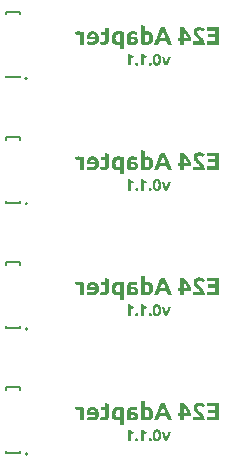
<source format=gbo>
G04 #@! TF.GenerationSoftware,KiCad,Pcbnew,9.0.0*
G04 #@! TF.CreationDate,2025-03-14T09:56:09-04:00*
G04 #@! TF.ProjectId,e24-receiver-board,6532342d-7265-4636-9569-7665722d626f,v0.1.1*
G04 #@! TF.SameCoordinates,Original*
G04 #@! TF.FileFunction,Legend,Bot*
G04 #@! TF.FilePolarity,Positive*
%FSLAX46Y46*%
G04 Gerber Fmt 4.6, Leading zero omitted, Abs format (unit mm)*
G04 Created by KiCad (PCBNEW 9.0.0) date 2025-03-14 09:56:09*
%MOMM*%
%LPD*%
G01*
G04 APERTURE LIST*
%ADD10C,0.300000*%
%ADD11C,0.200000*%
%ADD12C,0.150000*%
G04 APERTURE END LIST*
D10*
G36*
X42203885Y-19045000D02*
G01*
X42203885Y-17591266D01*
X41221754Y-17591266D01*
X41221754Y-17866772D01*
X41876539Y-17866772D01*
X41876539Y-18148140D01*
X41295210Y-18148140D01*
X41295210Y-18417784D01*
X41876539Y-18417784D01*
X41876539Y-18769494D01*
X41173486Y-18769494D01*
X41173486Y-19045000D01*
X42203885Y-19045000D01*
G37*
G36*
X40058914Y-17971461D02*
G01*
X40066785Y-18049559D01*
X40090421Y-18124601D01*
X40126285Y-18196224D01*
X40172212Y-18266201D01*
X40225400Y-18332661D01*
X40285602Y-18397359D01*
X40409341Y-18516885D01*
X40477577Y-18583014D01*
X40547827Y-18657478D01*
X40607636Y-18727728D01*
X40630210Y-18759614D01*
X40640151Y-18781217D01*
X40014767Y-18781217D01*
X40014767Y-19045000D01*
X40984350Y-19045000D01*
X40988563Y-18986290D01*
X40988563Y-18935915D01*
X40980207Y-18838094D01*
X40956048Y-18751267D01*
X40918433Y-18670112D01*
X40870960Y-18594921D01*
X40815227Y-18525011D01*
X40752441Y-18459549D01*
X40621283Y-18333612D01*
X40526853Y-18242295D01*
X40449183Y-18158398D01*
X40418720Y-18116619D01*
X40396702Y-18076516D01*
X40382468Y-18034957D01*
X40377834Y-17993626D01*
X40384551Y-17934556D01*
X40402476Y-17892732D01*
X40430316Y-17863566D01*
X40487587Y-17835640D01*
X40560467Y-17825739D01*
X40615746Y-17830286D01*
X40666437Y-17843599D01*
X40756655Y-17885640D01*
X40826997Y-17933908D01*
X40871052Y-17972651D01*
X41026299Y-17753382D01*
X40927222Y-17675472D01*
X40811243Y-17611691D01*
X40727831Y-17580933D01*
X40640337Y-17562377D01*
X40547827Y-17556095D01*
X40424792Y-17563989D01*
X40327550Y-17585496D01*
X40241559Y-17621833D01*
X40175418Y-17668294D01*
X40123579Y-17727416D01*
X40087307Y-17798353D01*
X40066313Y-17878103D01*
X40058914Y-17971461D01*
G37*
G36*
X39321383Y-17689869D02*
G01*
X39417318Y-17803391D01*
X39596745Y-18043726D01*
X39750985Y-18283053D01*
X39866389Y-18491973D01*
X39866389Y-18722599D01*
X39238899Y-18722599D01*
X39238899Y-19045000D01*
X38932527Y-19045000D01*
X38932527Y-18722599D01*
X38777188Y-18722599D01*
X38777188Y-18464678D01*
X38932527Y-18464678D01*
X39238899Y-18464678D01*
X39568352Y-18464678D01*
X39498679Y-18334932D01*
X39413105Y-18206392D01*
X39238899Y-17973201D01*
X39238899Y-18464678D01*
X38932527Y-18464678D01*
X38932527Y-17591266D01*
X39228458Y-17591266D01*
X39321383Y-17689869D01*
G37*
G36*
X37755765Y-17900661D02*
G01*
X37894251Y-18235243D01*
X38037957Y-18610766D01*
X38193295Y-19045000D01*
X37853309Y-19045000D01*
X37801927Y-18890394D01*
X37746331Y-18728461D01*
X37179657Y-18728461D01*
X37124153Y-18890577D01*
X37072679Y-19045000D01*
X36722251Y-19045000D01*
X36877498Y-18610766D01*
X36931194Y-18470540D01*
X37257326Y-18470540D01*
X37670768Y-18470540D01*
X37604640Y-18290381D01*
X37544831Y-18133302D01*
X37496562Y-18006815D01*
X37465055Y-17920719D01*
X37431532Y-18007364D01*
X37382256Y-18133668D01*
X37322448Y-18290655D01*
X37257326Y-18470540D01*
X36931194Y-18470540D01*
X37021296Y-18235243D01*
X37160789Y-17900661D01*
X37301382Y-17591266D01*
X37614073Y-17591266D01*
X37755765Y-17900661D01*
G37*
G36*
X35915975Y-17465786D02*
G01*
X35915975Y-17967797D01*
X36019839Y-17932168D01*
X36073089Y-17922861D01*
X36136343Y-17919528D01*
X36249451Y-17929927D01*
X36345171Y-17959462D01*
X36429446Y-18008335D01*
X36499410Y-18074959D01*
X36554157Y-18157063D01*
X36595947Y-18258690D01*
X36620721Y-18370712D01*
X36629470Y-18501132D01*
X36619374Y-18629187D01*
X36590635Y-18739452D01*
X36542626Y-18838401D01*
X36478344Y-18919978D01*
X36426354Y-18965308D01*
X36366522Y-19003449D01*
X36297910Y-19034467D01*
X36186219Y-19063900D01*
X36054461Y-19074309D01*
X35935942Y-19068996D01*
X35814217Y-19055349D01*
X35699820Y-19035474D01*
X35603283Y-19011294D01*
X35603283Y-18227366D01*
X35915975Y-18227366D01*
X35915975Y-18799993D01*
X35974777Y-18807412D01*
X36052354Y-18810526D01*
X36133245Y-18799962D01*
X36196142Y-18770383D01*
X36245428Y-18721866D01*
X36280258Y-18659546D01*
X36302460Y-18582596D01*
X36310458Y-18487393D01*
X36302328Y-18382231D01*
X36280856Y-18305985D01*
X36249017Y-18251738D01*
X36207619Y-18214443D01*
X36155150Y-18191520D01*
X36088075Y-18183311D01*
X36040147Y-18186462D01*
X35992637Y-18195950D01*
X35948149Y-18210778D01*
X35915975Y-18227366D01*
X35603283Y-18227366D01*
X35603283Y-17415411D01*
X35915975Y-17465786D01*
G37*
G36*
X35020856Y-17918887D02*
G01*
X35122613Y-17931527D01*
X35211823Y-17948288D01*
X35279967Y-17966057D01*
X35240125Y-18215642D01*
X35180515Y-18197589D01*
X35105852Y-18183128D01*
X34948407Y-18171587D01*
X34869872Y-18178179D01*
X34816170Y-18195199D01*
X34780521Y-18220039D01*
X34754166Y-18255012D01*
X34737974Y-18297162D01*
X34732252Y-18348541D01*
X34732252Y-18378033D01*
X34808914Y-18364386D01*
X34916900Y-18359166D01*
X35006159Y-18363685D01*
X35091198Y-18377026D01*
X35171448Y-18400752D01*
X35240125Y-18434728D01*
X35298498Y-18481283D01*
X35343989Y-18541707D01*
X35372569Y-18613928D01*
X35382823Y-18705380D01*
X35373853Y-18801186D01*
X35349301Y-18875373D01*
X35308303Y-18938133D01*
X35252764Y-18987663D01*
X35185176Y-19024066D01*
X35102646Y-19049579D01*
X35012869Y-19063504D01*
X34908565Y-19068447D01*
X34744793Y-19063004D01*
X34618954Y-19048480D01*
X34432200Y-19013859D01*
X34432200Y-18582739D01*
X34732252Y-18582739D01*
X34732252Y-18819777D01*
X34799480Y-18826005D01*
X34887591Y-18828112D01*
X34968088Y-18820246D01*
X35022962Y-18799810D01*
X35049540Y-18776972D01*
X35066112Y-18744277D01*
X35072238Y-18698144D01*
X35067803Y-18662597D01*
X35055477Y-18635221D01*
X35035733Y-18612859D01*
X35009315Y-18595379D01*
X34978307Y-18583235D01*
X34941080Y-18575412D01*
X34858190Y-18570191D01*
X34788947Y-18574405D01*
X34732252Y-18582739D01*
X34432200Y-18582739D01*
X34432200Y-18364203D01*
X34438216Y-18264280D01*
X34455281Y-18177724D01*
X34486841Y-18099558D01*
X34533957Y-18035208D01*
X34596998Y-17984387D01*
X34681877Y-17945082D01*
X34780434Y-17922266D01*
X34912778Y-17913667D01*
X35020856Y-17918887D01*
G37*
G36*
X33816158Y-17918979D02*
G01*
X33937791Y-17932626D01*
X34052188Y-17952501D01*
X34148725Y-17976681D01*
X34148725Y-19431880D01*
X33836034Y-19431880D01*
X33836034Y-19020178D01*
X33726949Y-19055807D01*
X33669027Y-19065197D01*
X33605224Y-19068447D01*
X33527797Y-19063487D01*
X33458969Y-19049236D01*
X33397496Y-19026315D01*
X33314331Y-18975578D01*
X33246370Y-18908346D01*
X33193529Y-18826423D01*
X33154046Y-18727087D01*
X33130726Y-18618174D01*
X33123025Y-18500582D01*
X33441551Y-18500582D01*
X33449680Y-18605745D01*
X33471153Y-18681991D01*
X33502992Y-18736237D01*
X33544390Y-18773532D01*
X33596859Y-18796455D01*
X33663934Y-18804665D01*
X33711876Y-18801537D01*
X33759463Y-18792117D01*
X33803874Y-18777220D01*
X33836034Y-18760609D01*
X33836034Y-18187982D01*
X33777324Y-18180655D01*
X33699654Y-18177449D01*
X33618733Y-18187978D01*
X33555838Y-18217447D01*
X33506580Y-18265743D01*
X33471805Y-18327732D01*
X33449578Y-18404756D01*
X33441551Y-18500582D01*
X33123025Y-18500582D01*
X33122539Y-18493163D01*
X33132614Y-18364527D01*
X33161374Y-18253012D01*
X33209460Y-18152693D01*
X33273664Y-18070654D01*
X33354535Y-18004909D01*
X33454190Y-17954791D01*
X33526616Y-17932455D01*
X33607336Y-17918518D01*
X33697548Y-17913667D01*
X33816158Y-17918979D01*
G37*
G36*
X32891638Y-17670950D02*
G01*
X32578946Y-17620575D01*
X32578946Y-17942976D01*
X32203331Y-17942976D01*
X32203331Y-18200896D01*
X32578946Y-18200896D01*
X32578946Y-18588693D01*
X32569436Y-18681050D01*
X32544325Y-18745955D01*
X32516069Y-18776735D01*
X32471754Y-18796907D01*
X32404740Y-18804665D01*
X32300967Y-18795231D01*
X32203331Y-18769036D01*
X32159184Y-19011752D01*
X32285122Y-19051594D01*
X32358360Y-19063838D01*
X32455115Y-19068447D01*
X32576904Y-19059043D01*
X32667148Y-19034009D01*
X32743761Y-18991936D01*
X32801421Y-18937930D01*
X32843659Y-18870894D01*
X32871763Y-18788545D01*
X32886451Y-18698212D01*
X32891638Y-18594280D01*
X32891638Y-17670950D01*
G37*
G36*
X31614423Y-17923057D02*
G01*
X31711487Y-17951402D01*
X31801308Y-17997896D01*
X31880381Y-18062411D01*
X31945763Y-18143396D01*
X31998991Y-18245776D01*
X32023338Y-18320358D01*
X32038670Y-18405332D01*
X32044054Y-18502322D01*
X32035193Y-18621011D01*
X32009433Y-18728644D01*
X31965070Y-18826869D01*
X31902455Y-18909903D01*
X31850980Y-18956448D01*
X31790476Y-18996599D01*
X31719822Y-19030345D01*
X31645110Y-19054035D01*
X31559316Y-19069025D01*
X31460711Y-19074309D01*
X31343199Y-19067989D01*
X31233015Y-19052235D01*
X31139593Y-19030253D01*
X31072456Y-19005066D01*
X31114405Y-18750076D01*
X31171057Y-18770331D01*
X31249777Y-18788911D01*
X31333252Y-18800708D01*
X31418670Y-18804665D01*
X31506717Y-18797753D01*
X31576881Y-18778731D01*
X31632719Y-18749252D01*
X31678561Y-18707497D01*
X31708164Y-18658229D01*
X31722936Y-18599501D01*
X31013655Y-18599501D01*
X31009442Y-18541615D01*
X31007335Y-18481714D01*
X31014296Y-18382613D01*
X31309586Y-18382613D01*
X31722936Y-18382613D01*
X31702969Y-18304303D01*
X31686313Y-18267753D01*
X31664226Y-18236434D01*
X31636195Y-18210229D01*
X31601303Y-18189356D01*
X31561116Y-18176290D01*
X31510994Y-18171587D01*
X31459319Y-18176646D01*
X31419770Y-18190455D01*
X31385883Y-18212093D01*
X31358953Y-18238449D01*
X31338014Y-18269621D01*
X31323233Y-18305310D01*
X31309586Y-18382613D01*
X31014296Y-18382613D01*
X31017227Y-18340884D01*
X31044616Y-18226300D01*
X31087103Y-18133206D01*
X31143806Y-18057831D01*
X31216362Y-17995973D01*
X31300753Y-17951318D01*
X31399304Y-17923477D01*
X31515207Y-17913667D01*
X31614423Y-17923057D01*
G37*
G36*
X30101225Y-18216925D02*
G01*
X30199868Y-18194851D01*
X30257683Y-18186284D01*
X30321593Y-18183311D01*
X30391843Y-18188531D01*
X30453759Y-18200072D01*
X30453759Y-19045000D01*
X30766450Y-19045000D01*
X30766450Y-18001411D01*
X30678474Y-17973810D01*
X30568156Y-17945815D01*
X30450175Y-17926410D01*
X30313166Y-17919528D01*
X30252350Y-17922734D01*
X30181000Y-17931069D01*
X30109651Y-17943709D01*
X30048743Y-17961477D01*
X30101225Y-18216925D01*
G37*
G36*
X42203885Y-40245000D02*
G01*
X42203885Y-38791266D01*
X41221754Y-38791266D01*
X41221754Y-39066772D01*
X41876539Y-39066772D01*
X41876539Y-39348140D01*
X41295210Y-39348140D01*
X41295210Y-39617784D01*
X41876539Y-39617784D01*
X41876539Y-39969494D01*
X41173486Y-39969494D01*
X41173486Y-40245000D01*
X42203885Y-40245000D01*
G37*
G36*
X40058914Y-39171461D02*
G01*
X40066785Y-39249559D01*
X40090421Y-39324601D01*
X40126285Y-39396224D01*
X40172212Y-39466201D01*
X40225400Y-39532661D01*
X40285602Y-39597359D01*
X40409341Y-39716885D01*
X40477577Y-39783014D01*
X40547827Y-39857478D01*
X40607636Y-39927728D01*
X40630210Y-39959614D01*
X40640151Y-39981217D01*
X40014767Y-39981217D01*
X40014767Y-40245000D01*
X40984350Y-40245000D01*
X40988563Y-40186290D01*
X40988563Y-40135915D01*
X40980207Y-40038094D01*
X40956048Y-39951267D01*
X40918433Y-39870112D01*
X40870960Y-39794921D01*
X40815227Y-39725011D01*
X40752441Y-39659549D01*
X40621283Y-39533612D01*
X40526853Y-39442295D01*
X40449183Y-39358398D01*
X40418720Y-39316619D01*
X40396702Y-39276516D01*
X40382468Y-39234957D01*
X40377834Y-39193626D01*
X40384551Y-39134556D01*
X40402476Y-39092732D01*
X40430316Y-39063566D01*
X40487587Y-39035640D01*
X40560467Y-39025739D01*
X40615746Y-39030286D01*
X40666437Y-39043599D01*
X40756655Y-39085640D01*
X40826997Y-39133908D01*
X40871052Y-39172651D01*
X41026299Y-38953382D01*
X40927222Y-38875472D01*
X40811243Y-38811691D01*
X40727831Y-38780933D01*
X40640337Y-38762377D01*
X40547827Y-38756095D01*
X40424792Y-38763989D01*
X40327550Y-38785496D01*
X40241559Y-38821833D01*
X40175418Y-38868294D01*
X40123579Y-38927416D01*
X40087307Y-38998353D01*
X40066313Y-39078103D01*
X40058914Y-39171461D01*
G37*
G36*
X39321383Y-38889869D02*
G01*
X39417318Y-39003391D01*
X39596745Y-39243726D01*
X39750985Y-39483053D01*
X39866389Y-39691973D01*
X39866389Y-39922599D01*
X39238899Y-39922599D01*
X39238899Y-40245000D01*
X38932527Y-40245000D01*
X38932527Y-39922599D01*
X38777188Y-39922599D01*
X38777188Y-39664678D01*
X38932527Y-39664678D01*
X39238899Y-39664678D01*
X39568352Y-39664678D01*
X39498679Y-39534932D01*
X39413105Y-39406392D01*
X39238899Y-39173201D01*
X39238899Y-39664678D01*
X38932527Y-39664678D01*
X38932527Y-38791266D01*
X39228458Y-38791266D01*
X39321383Y-38889869D01*
G37*
G36*
X37755765Y-39100661D02*
G01*
X37894251Y-39435243D01*
X38037957Y-39810766D01*
X38193295Y-40245000D01*
X37853309Y-40245000D01*
X37801927Y-40090394D01*
X37746331Y-39928461D01*
X37179657Y-39928461D01*
X37124153Y-40090577D01*
X37072679Y-40245000D01*
X36722251Y-40245000D01*
X36877498Y-39810766D01*
X36931194Y-39670540D01*
X37257326Y-39670540D01*
X37670768Y-39670540D01*
X37604640Y-39490381D01*
X37544831Y-39333302D01*
X37496562Y-39206815D01*
X37465055Y-39120719D01*
X37431532Y-39207364D01*
X37382256Y-39333668D01*
X37322448Y-39490655D01*
X37257326Y-39670540D01*
X36931194Y-39670540D01*
X37021296Y-39435243D01*
X37160789Y-39100661D01*
X37301382Y-38791266D01*
X37614073Y-38791266D01*
X37755765Y-39100661D01*
G37*
G36*
X35915975Y-38665786D02*
G01*
X35915975Y-39167797D01*
X36019839Y-39132168D01*
X36073089Y-39122861D01*
X36136343Y-39119528D01*
X36249451Y-39129927D01*
X36345171Y-39159462D01*
X36429446Y-39208335D01*
X36499410Y-39274959D01*
X36554157Y-39357063D01*
X36595947Y-39458690D01*
X36620721Y-39570712D01*
X36629470Y-39701132D01*
X36619374Y-39829187D01*
X36590635Y-39939452D01*
X36542626Y-40038401D01*
X36478344Y-40119978D01*
X36426354Y-40165308D01*
X36366522Y-40203449D01*
X36297910Y-40234467D01*
X36186219Y-40263900D01*
X36054461Y-40274309D01*
X35935942Y-40268996D01*
X35814217Y-40255349D01*
X35699820Y-40235474D01*
X35603283Y-40211294D01*
X35603283Y-39427366D01*
X35915975Y-39427366D01*
X35915975Y-39999993D01*
X35974777Y-40007412D01*
X36052354Y-40010526D01*
X36133245Y-39999962D01*
X36196142Y-39970383D01*
X36245428Y-39921866D01*
X36280258Y-39859546D01*
X36302460Y-39782596D01*
X36310458Y-39687393D01*
X36302328Y-39582231D01*
X36280856Y-39505985D01*
X36249017Y-39451738D01*
X36207619Y-39414443D01*
X36155150Y-39391520D01*
X36088075Y-39383311D01*
X36040147Y-39386462D01*
X35992637Y-39395950D01*
X35948149Y-39410778D01*
X35915975Y-39427366D01*
X35603283Y-39427366D01*
X35603283Y-38615411D01*
X35915975Y-38665786D01*
G37*
G36*
X35020856Y-39118887D02*
G01*
X35122613Y-39131527D01*
X35211823Y-39148288D01*
X35279967Y-39166057D01*
X35240125Y-39415642D01*
X35180515Y-39397589D01*
X35105852Y-39383128D01*
X34948407Y-39371587D01*
X34869872Y-39378179D01*
X34816170Y-39395199D01*
X34780521Y-39420039D01*
X34754166Y-39455012D01*
X34737974Y-39497162D01*
X34732252Y-39548541D01*
X34732252Y-39578033D01*
X34808914Y-39564386D01*
X34916900Y-39559166D01*
X35006159Y-39563685D01*
X35091198Y-39577026D01*
X35171448Y-39600752D01*
X35240125Y-39634728D01*
X35298498Y-39681283D01*
X35343989Y-39741707D01*
X35372569Y-39813928D01*
X35382823Y-39905380D01*
X35373853Y-40001186D01*
X35349301Y-40075373D01*
X35308303Y-40138133D01*
X35252764Y-40187663D01*
X35185176Y-40224066D01*
X35102646Y-40249579D01*
X35012869Y-40263504D01*
X34908565Y-40268447D01*
X34744793Y-40263004D01*
X34618954Y-40248480D01*
X34432200Y-40213859D01*
X34432200Y-39782739D01*
X34732252Y-39782739D01*
X34732252Y-40019777D01*
X34799480Y-40026005D01*
X34887591Y-40028112D01*
X34968088Y-40020246D01*
X35022962Y-39999810D01*
X35049540Y-39976972D01*
X35066112Y-39944277D01*
X35072238Y-39898144D01*
X35067803Y-39862597D01*
X35055477Y-39835221D01*
X35035733Y-39812859D01*
X35009315Y-39795379D01*
X34978307Y-39783235D01*
X34941080Y-39775412D01*
X34858190Y-39770191D01*
X34788947Y-39774405D01*
X34732252Y-39782739D01*
X34432200Y-39782739D01*
X34432200Y-39564203D01*
X34438216Y-39464280D01*
X34455281Y-39377724D01*
X34486841Y-39299558D01*
X34533957Y-39235208D01*
X34596998Y-39184387D01*
X34681877Y-39145082D01*
X34780434Y-39122266D01*
X34912778Y-39113667D01*
X35020856Y-39118887D01*
G37*
G36*
X33816158Y-39118979D02*
G01*
X33937791Y-39132626D01*
X34052188Y-39152501D01*
X34148725Y-39176681D01*
X34148725Y-40631880D01*
X33836034Y-40631880D01*
X33836034Y-40220178D01*
X33726949Y-40255807D01*
X33669027Y-40265197D01*
X33605224Y-40268447D01*
X33527797Y-40263487D01*
X33458969Y-40249236D01*
X33397496Y-40226315D01*
X33314331Y-40175578D01*
X33246370Y-40108346D01*
X33193529Y-40026423D01*
X33154046Y-39927087D01*
X33130726Y-39818174D01*
X33123025Y-39700582D01*
X33441551Y-39700582D01*
X33449680Y-39805745D01*
X33471153Y-39881991D01*
X33502992Y-39936237D01*
X33544390Y-39973532D01*
X33596859Y-39996455D01*
X33663934Y-40004665D01*
X33711876Y-40001537D01*
X33759463Y-39992117D01*
X33803874Y-39977220D01*
X33836034Y-39960609D01*
X33836034Y-39387982D01*
X33777324Y-39380655D01*
X33699654Y-39377449D01*
X33618733Y-39387978D01*
X33555838Y-39417447D01*
X33506580Y-39465743D01*
X33471805Y-39527732D01*
X33449578Y-39604756D01*
X33441551Y-39700582D01*
X33123025Y-39700582D01*
X33122539Y-39693163D01*
X33132614Y-39564527D01*
X33161374Y-39453012D01*
X33209460Y-39352693D01*
X33273664Y-39270654D01*
X33354535Y-39204909D01*
X33454190Y-39154791D01*
X33526616Y-39132455D01*
X33607336Y-39118518D01*
X33697548Y-39113667D01*
X33816158Y-39118979D01*
G37*
G36*
X32891638Y-38870950D02*
G01*
X32578946Y-38820575D01*
X32578946Y-39142976D01*
X32203331Y-39142976D01*
X32203331Y-39400896D01*
X32578946Y-39400896D01*
X32578946Y-39788693D01*
X32569436Y-39881050D01*
X32544325Y-39945955D01*
X32516069Y-39976735D01*
X32471754Y-39996907D01*
X32404740Y-40004665D01*
X32300967Y-39995231D01*
X32203331Y-39969036D01*
X32159184Y-40211752D01*
X32285122Y-40251594D01*
X32358360Y-40263838D01*
X32455115Y-40268447D01*
X32576904Y-40259043D01*
X32667148Y-40234009D01*
X32743761Y-40191936D01*
X32801421Y-40137930D01*
X32843659Y-40070894D01*
X32871763Y-39988545D01*
X32886451Y-39898212D01*
X32891638Y-39794280D01*
X32891638Y-38870950D01*
G37*
G36*
X31614423Y-39123057D02*
G01*
X31711487Y-39151402D01*
X31801308Y-39197896D01*
X31880381Y-39262411D01*
X31945763Y-39343396D01*
X31998991Y-39445776D01*
X32023338Y-39520358D01*
X32038670Y-39605332D01*
X32044054Y-39702322D01*
X32035193Y-39821011D01*
X32009433Y-39928644D01*
X31965070Y-40026869D01*
X31902455Y-40109903D01*
X31850980Y-40156448D01*
X31790476Y-40196599D01*
X31719822Y-40230345D01*
X31645110Y-40254035D01*
X31559316Y-40269025D01*
X31460711Y-40274309D01*
X31343199Y-40267989D01*
X31233015Y-40252235D01*
X31139593Y-40230253D01*
X31072456Y-40205066D01*
X31114405Y-39950076D01*
X31171057Y-39970331D01*
X31249777Y-39988911D01*
X31333252Y-40000708D01*
X31418670Y-40004665D01*
X31506717Y-39997753D01*
X31576881Y-39978731D01*
X31632719Y-39949252D01*
X31678561Y-39907497D01*
X31708164Y-39858229D01*
X31722936Y-39799501D01*
X31013655Y-39799501D01*
X31009442Y-39741615D01*
X31007335Y-39681714D01*
X31014296Y-39582613D01*
X31309586Y-39582613D01*
X31722936Y-39582613D01*
X31702969Y-39504303D01*
X31686313Y-39467753D01*
X31664226Y-39436434D01*
X31636195Y-39410229D01*
X31601303Y-39389356D01*
X31561116Y-39376290D01*
X31510994Y-39371587D01*
X31459319Y-39376646D01*
X31419770Y-39390455D01*
X31385883Y-39412093D01*
X31358953Y-39438449D01*
X31338014Y-39469621D01*
X31323233Y-39505310D01*
X31309586Y-39582613D01*
X31014296Y-39582613D01*
X31017227Y-39540884D01*
X31044616Y-39426300D01*
X31087103Y-39333206D01*
X31143806Y-39257831D01*
X31216362Y-39195973D01*
X31300753Y-39151318D01*
X31399304Y-39123477D01*
X31515207Y-39113667D01*
X31614423Y-39123057D01*
G37*
G36*
X30101225Y-39416925D02*
G01*
X30199868Y-39394851D01*
X30257683Y-39386284D01*
X30321593Y-39383311D01*
X30391843Y-39388531D01*
X30453759Y-39400072D01*
X30453759Y-40245000D01*
X30766450Y-40245000D01*
X30766450Y-39201411D01*
X30678474Y-39173810D01*
X30568156Y-39145815D01*
X30450175Y-39126410D01*
X30313166Y-39119528D01*
X30252350Y-39122734D01*
X30181000Y-39131069D01*
X30109651Y-39143709D01*
X30048743Y-39161477D01*
X30101225Y-39416925D01*
G37*
D11*
G36*
X37822260Y-31415000D02*
G01*
X37891793Y-31268704D01*
X37967035Y-31088203D01*
X38037321Y-30896273D01*
X38106254Y-30680317D01*
X37885214Y-30680317D01*
X37852363Y-30798347D01*
X37813162Y-30926819D01*
X37772557Y-31053215D01*
X37732684Y-31164895D01*
X37693544Y-31053215D01*
X37652267Y-30926819D01*
X37613127Y-30798347D01*
X37580216Y-30680317D01*
X37364793Y-30680317D01*
X37433726Y-30896273D01*
X37504012Y-31088203D01*
X37579254Y-31268704D01*
X37648787Y-31415000D01*
X37822260Y-31415000D01*
G37*
G36*
X37005387Y-30426260D02*
G01*
X37053166Y-30437522D01*
X37097164Y-30455980D01*
X37137566Y-30481433D01*
X37174317Y-30513873D01*
X37207684Y-30553982D01*
X37235200Y-30598579D01*
X37258850Y-30650956D01*
X37278331Y-30712191D01*
X37296326Y-30809784D01*
X37302817Y-30927796D01*
X37295917Y-31052789D01*
X37276906Y-31154636D01*
X37247796Y-31237175D01*
X37209821Y-31303686D01*
X37169148Y-31351401D01*
X37123918Y-31387532D01*
X37073566Y-31413274D01*
X37017076Y-31429064D01*
X36953061Y-31434539D01*
X36889045Y-31429063D01*
X36832562Y-31413273D01*
X36782223Y-31387530D01*
X36737011Y-31351400D01*
X36696362Y-31303686D01*
X36658360Y-31237171D01*
X36629231Y-31154630D01*
X36610209Y-31052785D01*
X36603305Y-30927796D01*
X36815980Y-30927796D01*
X36817821Y-30998921D01*
X36823002Y-31060542D01*
X36832476Y-31118309D01*
X36845350Y-31163979D01*
X36864227Y-31203464D01*
X36887360Y-31231024D01*
X36916672Y-31248695D01*
X36953061Y-31254776D01*
X36989338Y-31248672D01*
X37018091Y-31231024D01*
X37040797Y-31203558D01*
X37060100Y-31163979D01*
X37073488Y-31118272D01*
X37083181Y-31060542D01*
X37088317Y-30998922D01*
X37090142Y-30927796D01*
X37088311Y-30856706D01*
X37083181Y-30795722D01*
X37073504Y-30738593D01*
X37060100Y-30693018D01*
X37040793Y-30653386D01*
X37018091Y-30625912D01*
X36989338Y-30608263D01*
X36953061Y-30602159D01*
X36916672Y-30608241D01*
X36887360Y-30625912D01*
X36864231Y-30653481D01*
X36845350Y-30693018D01*
X36832461Y-30738555D01*
X36823002Y-30795722D01*
X36817827Y-30856706D01*
X36815980Y-30927796D01*
X36603305Y-30927796D01*
X36610195Y-30803559D01*
X36629196Y-30702156D01*
X36658321Y-30619813D01*
X36696362Y-30553311D01*
X36737015Y-30505571D01*
X36782228Y-30469424D01*
X36832567Y-30443671D01*
X36889049Y-30427874D01*
X36953061Y-30422397D01*
X37005387Y-30426260D01*
G37*
G36*
X36253916Y-31305579D02*
G01*
X36258729Y-31345775D01*
X36272128Y-31377087D01*
X36293788Y-31401627D01*
X36321790Y-31420039D01*
X36351620Y-31430882D01*
X36384036Y-31434539D01*
X36416453Y-31430882D01*
X36446282Y-31420039D01*
X36474284Y-31401627D01*
X36495944Y-31377087D01*
X36509343Y-31345775D01*
X36514157Y-31305579D01*
X36509342Y-31265384D01*
X36495942Y-31234095D01*
X36474284Y-31209591D01*
X36446278Y-31191143D01*
X36416449Y-31180281D01*
X36384036Y-31176618D01*
X36351623Y-31180281D01*
X36321794Y-31191143D01*
X36293788Y-31209591D01*
X36272130Y-31234095D01*
X36258731Y-31265384D01*
X36253916Y-31305579D01*
G37*
G36*
X36114270Y-30649054D02*
G01*
X36029640Y-30610280D01*
X35943605Y-30562287D01*
X35863127Y-30507271D01*
X35826271Y-30477166D01*
X35793884Y-30445844D01*
X35648377Y-30445844D01*
X35648377Y-31415000D01*
X35856838Y-31415000D01*
X35856838Y-30719396D01*
X35900534Y-30745467D01*
X35950566Y-30769893D01*
X36051316Y-30809277D01*
X36114270Y-30649054D01*
G37*
G36*
X35115744Y-31305579D02*
G01*
X35120557Y-31345775D01*
X35133956Y-31377087D01*
X35155617Y-31401627D01*
X35183619Y-31420039D01*
X35213448Y-31430882D01*
X35245865Y-31434539D01*
X35278281Y-31430882D01*
X35308110Y-31420039D01*
X35336112Y-31401627D01*
X35357773Y-31377087D01*
X35371172Y-31345775D01*
X35375985Y-31305579D01*
X35371170Y-31265384D01*
X35357770Y-31234095D01*
X35336112Y-31209591D01*
X35308106Y-31191143D01*
X35278277Y-31180281D01*
X35245865Y-31176618D01*
X35213452Y-31180281D01*
X35183623Y-31191143D01*
X35155617Y-31209591D01*
X35133959Y-31234095D01*
X35120559Y-31265384D01*
X35115744Y-31305579D01*
G37*
G36*
X34976098Y-30649054D02*
G01*
X34891468Y-30610280D01*
X34805434Y-30562287D01*
X34724956Y-30507271D01*
X34688099Y-30477166D01*
X34655713Y-30445844D01*
X34510205Y-30445844D01*
X34510205Y-31415000D01*
X34718666Y-31415000D01*
X34718666Y-30719396D01*
X34762363Y-30745467D01*
X34812395Y-30769893D01*
X34913145Y-30809277D01*
X34976098Y-30649054D01*
G37*
G36*
X37822260Y-20815000D02*
G01*
X37891793Y-20668704D01*
X37967035Y-20488203D01*
X38037321Y-20296273D01*
X38106254Y-20080317D01*
X37885214Y-20080317D01*
X37852363Y-20198347D01*
X37813162Y-20326819D01*
X37772557Y-20453215D01*
X37732684Y-20564895D01*
X37693544Y-20453215D01*
X37652267Y-20326819D01*
X37613127Y-20198347D01*
X37580216Y-20080317D01*
X37364793Y-20080317D01*
X37433726Y-20296273D01*
X37504012Y-20488203D01*
X37579254Y-20668704D01*
X37648787Y-20815000D01*
X37822260Y-20815000D01*
G37*
G36*
X37005387Y-19826260D02*
G01*
X37053166Y-19837522D01*
X37097164Y-19855980D01*
X37137566Y-19881433D01*
X37174317Y-19913873D01*
X37207684Y-19953982D01*
X37235200Y-19998579D01*
X37258850Y-20050956D01*
X37278331Y-20112191D01*
X37296326Y-20209784D01*
X37302817Y-20327796D01*
X37295917Y-20452789D01*
X37276906Y-20554636D01*
X37247796Y-20637175D01*
X37209821Y-20703686D01*
X37169148Y-20751401D01*
X37123918Y-20787532D01*
X37073566Y-20813274D01*
X37017076Y-20829064D01*
X36953061Y-20834539D01*
X36889045Y-20829063D01*
X36832562Y-20813273D01*
X36782223Y-20787530D01*
X36737011Y-20751400D01*
X36696362Y-20703686D01*
X36658360Y-20637171D01*
X36629231Y-20554630D01*
X36610209Y-20452785D01*
X36603305Y-20327796D01*
X36815980Y-20327796D01*
X36817821Y-20398921D01*
X36823002Y-20460542D01*
X36832476Y-20518309D01*
X36845350Y-20563979D01*
X36864227Y-20603464D01*
X36887360Y-20631024D01*
X36916672Y-20648695D01*
X36953061Y-20654776D01*
X36989338Y-20648672D01*
X37018091Y-20631024D01*
X37040797Y-20603558D01*
X37060100Y-20563979D01*
X37073488Y-20518272D01*
X37083181Y-20460542D01*
X37088317Y-20398922D01*
X37090142Y-20327796D01*
X37088311Y-20256706D01*
X37083181Y-20195722D01*
X37073504Y-20138593D01*
X37060100Y-20093018D01*
X37040793Y-20053386D01*
X37018091Y-20025912D01*
X36989338Y-20008263D01*
X36953061Y-20002159D01*
X36916672Y-20008241D01*
X36887360Y-20025912D01*
X36864231Y-20053481D01*
X36845350Y-20093018D01*
X36832461Y-20138555D01*
X36823002Y-20195722D01*
X36817827Y-20256706D01*
X36815980Y-20327796D01*
X36603305Y-20327796D01*
X36610195Y-20203559D01*
X36629196Y-20102156D01*
X36658321Y-20019813D01*
X36696362Y-19953311D01*
X36737015Y-19905571D01*
X36782228Y-19869424D01*
X36832567Y-19843671D01*
X36889049Y-19827874D01*
X36953061Y-19822397D01*
X37005387Y-19826260D01*
G37*
G36*
X36253916Y-20705579D02*
G01*
X36258729Y-20745775D01*
X36272128Y-20777087D01*
X36293788Y-20801627D01*
X36321790Y-20820039D01*
X36351620Y-20830882D01*
X36384036Y-20834539D01*
X36416453Y-20830882D01*
X36446282Y-20820039D01*
X36474284Y-20801627D01*
X36495944Y-20777087D01*
X36509343Y-20745775D01*
X36514157Y-20705579D01*
X36509342Y-20665384D01*
X36495942Y-20634095D01*
X36474284Y-20609591D01*
X36446278Y-20591143D01*
X36416449Y-20580281D01*
X36384036Y-20576618D01*
X36351623Y-20580281D01*
X36321794Y-20591143D01*
X36293788Y-20609591D01*
X36272130Y-20634095D01*
X36258731Y-20665384D01*
X36253916Y-20705579D01*
G37*
G36*
X36114270Y-20049054D02*
G01*
X36029640Y-20010280D01*
X35943605Y-19962287D01*
X35863127Y-19907271D01*
X35826271Y-19877166D01*
X35793884Y-19845844D01*
X35648377Y-19845844D01*
X35648377Y-20815000D01*
X35856838Y-20815000D01*
X35856838Y-20119396D01*
X35900534Y-20145467D01*
X35950566Y-20169893D01*
X36051316Y-20209277D01*
X36114270Y-20049054D01*
G37*
G36*
X35115744Y-20705579D02*
G01*
X35120557Y-20745775D01*
X35133956Y-20777087D01*
X35155617Y-20801627D01*
X35183619Y-20820039D01*
X35213448Y-20830882D01*
X35245865Y-20834539D01*
X35278281Y-20830882D01*
X35308110Y-20820039D01*
X35336112Y-20801627D01*
X35357773Y-20777087D01*
X35371172Y-20745775D01*
X35375985Y-20705579D01*
X35371170Y-20665384D01*
X35357770Y-20634095D01*
X35336112Y-20609591D01*
X35308106Y-20591143D01*
X35278277Y-20580281D01*
X35245865Y-20576618D01*
X35213452Y-20580281D01*
X35183623Y-20591143D01*
X35155617Y-20609591D01*
X35133959Y-20634095D01*
X35120559Y-20665384D01*
X35115744Y-20705579D01*
G37*
G36*
X34976098Y-20049054D02*
G01*
X34891468Y-20010280D01*
X34805434Y-19962287D01*
X34724956Y-19907271D01*
X34688099Y-19877166D01*
X34655713Y-19845844D01*
X34510205Y-19845844D01*
X34510205Y-20815000D01*
X34718666Y-20815000D01*
X34718666Y-20119396D01*
X34762363Y-20145467D01*
X34812395Y-20169893D01*
X34913145Y-20209277D01*
X34976098Y-20049054D01*
G37*
G36*
X37822260Y-42015000D02*
G01*
X37891793Y-41868704D01*
X37967035Y-41688203D01*
X38037321Y-41496273D01*
X38106254Y-41280317D01*
X37885214Y-41280317D01*
X37852363Y-41398347D01*
X37813162Y-41526819D01*
X37772557Y-41653215D01*
X37732684Y-41764895D01*
X37693544Y-41653215D01*
X37652267Y-41526819D01*
X37613127Y-41398347D01*
X37580216Y-41280317D01*
X37364793Y-41280317D01*
X37433726Y-41496273D01*
X37504012Y-41688203D01*
X37579254Y-41868704D01*
X37648787Y-42015000D01*
X37822260Y-42015000D01*
G37*
G36*
X37005387Y-41026260D02*
G01*
X37053166Y-41037522D01*
X37097164Y-41055980D01*
X37137566Y-41081433D01*
X37174317Y-41113873D01*
X37207684Y-41153982D01*
X37235200Y-41198579D01*
X37258850Y-41250956D01*
X37278331Y-41312191D01*
X37296326Y-41409784D01*
X37302817Y-41527796D01*
X37295917Y-41652789D01*
X37276906Y-41754636D01*
X37247796Y-41837175D01*
X37209821Y-41903686D01*
X37169148Y-41951401D01*
X37123918Y-41987532D01*
X37073566Y-42013274D01*
X37017076Y-42029064D01*
X36953061Y-42034539D01*
X36889045Y-42029063D01*
X36832562Y-42013273D01*
X36782223Y-41987530D01*
X36737011Y-41951400D01*
X36696362Y-41903686D01*
X36658360Y-41837171D01*
X36629231Y-41754630D01*
X36610209Y-41652785D01*
X36603305Y-41527796D01*
X36815980Y-41527796D01*
X36817821Y-41598921D01*
X36823002Y-41660542D01*
X36832476Y-41718309D01*
X36845350Y-41763979D01*
X36864227Y-41803464D01*
X36887360Y-41831024D01*
X36916672Y-41848695D01*
X36953061Y-41854776D01*
X36989338Y-41848672D01*
X37018091Y-41831024D01*
X37040797Y-41803558D01*
X37060100Y-41763979D01*
X37073488Y-41718272D01*
X37083181Y-41660542D01*
X37088317Y-41598922D01*
X37090142Y-41527796D01*
X37088311Y-41456706D01*
X37083181Y-41395722D01*
X37073504Y-41338593D01*
X37060100Y-41293018D01*
X37040793Y-41253386D01*
X37018091Y-41225912D01*
X36989338Y-41208263D01*
X36953061Y-41202159D01*
X36916672Y-41208241D01*
X36887360Y-41225912D01*
X36864231Y-41253481D01*
X36845350Y-41293018D01*
X36832461Y-41338555D01*
X36823002Y-41395722D01*
X36817827Y-41456706D01*
X36815980Y-41527796D01*
X36603305Y-41527796D01*
X36610195Y-41403559D01*
X36629196Y-41302156D01*
X36658321Y-41219813D01*
X36696362Y-41153311D01*
X36737015Y-41105571D01*
X36782228Y-41069424D01*
X36832567Y-41043671D01*
X36889049Y-41027874D01*
X36953061Y-41022397D01*
X37005387Y-41026260D01*
G37*
G36*
X36253916Y-41905579D02*
G01*
X36258729Y-41945775D01*
X36272128Y-41977087D01*
X36293788Y-42001627D01*
X36321790Y-42020039D01*
X36351620Y-42030882D01*
X36384036Y-42034539D01*
X36416453Y-42030882D01*
X36446282Y-42020039D01*
X36474284Y-42001627D01*
X36495944Y-41977087D01*
X36509343Y-41945775D01*
X36514157Y-41905579D01*
X36509342Y-41865384D01*
X36495942Y-41834095D01*
X36474284Y-41809591D01*
X36446278Y-41791143D01*
X36416449Y-41780281D01*
X36384036Y-41776618D01*
X36351623Y-41780281D01*
X36321794Y-41791143D01*
X36293788Y-41809591D01*
X36272130Y-41834095D01*
X36258731Y-41865384D01*
X36253916Y-41905579D01*
G37*
G36*
X36114270Y-41249054D02*
G01*
X36029640Y-41210280D01*
X35943605Y-41162287D01*
X35863127Y-41107271D01*
X35826271Y-41077166D01*
X35793884Y-41045844D01*
X35648377Y-41045844D01*
X35648377Y-42015000D01*
X35856838Y-42015000D01*
X35856838Y-41319396D01*
X35900534Y-41345467D01*
X35950566Y-41369893D01*
X36051316Y-41409277D01*
X36114270Y-41249054D01*
G37*
G36*
X35115744Y-41905579D02*
G01*
X35120557Y-41945775D01*
X35133956Y-41977087D01*
X35155617Y-42001627D01*
X35183619Y-42020039D01*
X35213448Y-42030882D01*
X35245865Y-42034539D01*
X35278281Y-42030882D01*
X35308110Y-42020039D01*
X35336112Y-42001627D01*
X35357773Y-41977087D01*
X35371172Y-41945775D01*
X35375985Y-41905579D01*
X35371170Y-41865384D01*
X35357770Y-41834095D01*
X35336112Y-41809591D01*
X35308106Y-41791143D01*
X35278277Y-41780281D01*
X35245865Y-41776618D01*
X35213452Y-41780281D01*
X35183623Y-41791143D01*
X35155617Y-41809591D01*
X35133959Y-41834095D01*
X35120559Y-41865384D01*
X35115744Y-41905579D01*
G37*
G36*
X34976098Y-41249054D02*
G01*
X34891468Y-41210280D01*
X34805434Y-41162287D01*
X34724956Y-41107271D01*
X34688099Y-41077166D01*
X34655713Y-41045844D01*
X34510205Y-41045844D01*
X34510205Y-42015000D01*
X34718666Y-42015000D01*
X34718666Y-41319396D01*
X34762363Y-41345467D01*
X34812395Y-41369893D01*
X34913145Y-41409277D01*
X34976098Y-41249054D01*
G37*
D10*
G36*
X42203885Y-50845000D02*
G01*
X42203885Y-49391266D01*
X41221754Y-49391266D01*
X41221754Y-49666772D01*
X41876539Y-49666772D01*
X41876539Y-49948140D01*
X41295210Y-49948140D01*
X41295210Y-50217784D01*
X41876539Y-50217784D01*
X41876539Y-50569494D01*
X41173486Y-50569494D01*
X41173486Y-50845000D01*
X42203885Y-50845000D01*
G37*
G36*
X40058914Y-49771461D02*
G01*
X40066785Y-49849559D01*
X40090421Y-49924601D01*
X40126285Y-49996224D01*
X40172212Y-50066201D01*
X40225400Y-50132661D01*
X40285602Y-50197359D01*
X40409341Y-50316885D01*
X40477577Y-50383014D01*
X40547827Y-50457478D01*
X40607636Y-50527728D01*
X40630210Y-50559614D01*
X40640151Y-50581217D01*
X40014767Y-50581217D01*
X40014767Y-50845000D01*
X40984350Y-50845000D01*
X40988563Y-50786290D01*
X40988563Y-50735915D01*
X40980207Y-50638094D01*
X40956048Y-50551267D01*
X40918433Y-50470112D01*
X40870960Y-50394921D01*
X40815227Y-50325011D01*
X40752441Y-50259549D01*
X40621283Y-50133612D01*
X40526853Y-50042295D01*
X40449183Y-49958398D01*
X40418720Y-49916619D01*
X40396702Y-49876516D01*
X40382468Y-49834957D01*
X40377834Y-49793626D01*
X40384551Y-49734556D01*
X40402476Y-49692732D01*
X40430316Y-49663566D01*
X40487587Y-49635640D01*
X40560467Y-49625739D01*
X40615746Y-49630286D01*
X40666437Y-49643599D01*
X40756655Y-49685640D01*
X40826997Y-49733908D01*
X40871052Y-49772651D01*
X41026299Y-49553382D01*
X40927222Y-49475472D01*
X40811243Y-49411691D01*
X40727831Y-49380933D01*
X40640337Y-49362377D01*
X40547827Y-49356095D01*
X40424792Y-49363989D01*
X40327550Y-49385496D01*
X40241559Y-49421833D01*
X40175418Y-49468294D01*
X40123579Y-49527416D01*
X40087307Y-49598353D01*
X40066313Y-49678103D01*
X40058914Y-49771461D01*
G37*
G36*
X39321383Y-49489869D02*
G01*
X39417318Y-49603391D01*
X39596745Y-49843726D01*
X39750985Y-50083053D01*
X39866389Y-50291973D01*
X39866389Y-50522599D01*
X39238899Y-50522599D01*
X39238899Y-50845000D01*
X38932527Y-50845000D01*
X38932527Y-50522599D01*
X38777188Y-50522599D01*
X38777188Y-50264678D01*
X38932527Y-50264678D01*
X39238899Y-50264678D01*
X39568352Y-50264678D01*
X39498679Y-50134932D01*
X39413105Y-50006392D01*
X39238899Y-49773201D01*
X39238899Y-50264678D01*
X38932527Y-50264678D01*
X38932527Y-49391266D01*
X39228458Y-49391266D01*
X39321383Y-49489869D01*
G37*
G36*
X37755765Y-49700661D02*
G01*
X37894251Y-50035243D01*
X38037957Y-50410766D01*
X38193295Y-50845000D01*
X37853309Y-50845000D01*
X37801927Y-50690394D01*
X37746331Y-50528461D01*
X37179657Y-50528461D01*
X37124153Y-50690577D01*
X37072679Y-50845000D01*
X36722251Y-50845000D01*
X36877498Y-50410766D01*
X36931194Y-50270540D01*
X37257326Y-50270540D01*
X37670768Y-50270540D01*
X37604640Y-50090381D01*
X37544831Y-49933302D01*
X37496562Y-49806815D01*
X37465055Y-49720719D01*
X37431532Y-49807364D01*
X37382256Y-49933668D01*
X37322448Y-50090655D01*
X37257326Y-50270540D01*
X36931194Y-50270540D01*
X37021296Y-50035243D01*
X37160789Y-49700661D01*
X37301382Y-49391266D01*
X37614073Y-49391266D01*
X37755765Y-49700661D01*
G37*
G36*
X35915975Y-49265786D02*
G01*
X35915975Y-49767797D01*
X36019839Y-49732168D01*
X36073089Y-49722861D01*
X36136343Y-49719528D01*
X36249451Y-49729927D01*
X36345171Y-49759462D01*
X36429446Y-49808335D01*
X36499410Y-49874959D01*
X36554157Y-49957063D01*
X36595947Y-50058690D01*
X36620721Y-50170712D01*
X36629470Y-50301132D01*
X36619374Y-50429187D01*
X36590635Y-50539452D01*
X36542626Y-50638401D01*
X36478344Y-50719978D01*
X36426354Y-50765308D01*
X36366522Y-50803449D01*
X36297910Y-50834467D01*
X36186219Y-50863900D01*
X36054461Y-50874309D01*
X35935942Y-50868996D01*
X35814217Y-50855349D01*
X35699820Y-50835474D01*
X35603283Y-50811294D01*
X35603283Y-50027366D01*
X35915975Y-50027366D01*
X35915975Y-50599993D01*
X35974777Y-50607412D01*
X36052354Y-50610526D01*
X36133245Y-50599962D01*
X36196142Y-50570383D01*
X36245428Y-50521866D01*
X36280258Y-50459546D01*
X36302460Y-50382596D01*
X36310458Y-50287393D01*
X36302328Y-50182231D01*
X36280856Y-50105985D01*
X36249017Y-50051738D01*
X36207619Y-50014443D01*
X36155150Y-49991520D01*
X36088075Y-49983311D01*
X36040147Y-49986462D01*
X35992637Y-49995950D01*
X35948149Y-50010778D01*
X35915975Y-50027366D01*
X35603283Y-50027366D01*
X35603283Y-49215411D01*
X35915975Y-49265786D01*
G37*
G36*
X35020856Y-49718887D02*
G01*
X35122613Y-49731527D01*
X35211823Y-49748288D01*
X35279967Y-49766057D01*
X35240125Y-50015642D01*
X35180515Y-49997589D01*
X35105852Y-49983128D01*
X34948407Y-49971587D01*
X34869872Y-49978179D01*
X34816170Y-49995199D01*
X34780521Y-50020039D01*
X34754166Y-50055012D01*
X34737974Y-50097162D01*
X34732252Y-50148541D01*
X34732252Y-50178033D01*
X34808914Y-50164386D01*
X34916900Y-50159166D01*
X35006159Y-50163685D01*
X35091198Y-50177026D01*
X35171448Y-50200752D01*
X35240125Y-50234728D01*
X35298498Y-50281283D01*
X35343989Y-50341707D01*
X35372569Y-50413928D01*
X35382823Y-50505380D01*
X35373853Y-50601186D01*
X35349301Y-50675373D01*
X35308303Y-50738133D01*
X35252764Y-50787663D01*
X35185176Y-50824066D01*
X35102646Y-50849579D01*
X35012869Y-50863504D01*
X34908565Y-50868447D01*
X34744793Y-50863004D01*
X34618954Y-50848480D01*
X34432200Y-50813859D01*
X34432200Y-50382739D01*
X34732252Y-50382739D01*
X34732252Y-50619777D01*
X34799480Y-50626005D01*
X34887591Y-50628112D01*
X34968088Y-50620246D01*
X35022962Y-50599810D01*
X35049540Y-50576972D01*
X35066112Y-50544277D01*
X35072238Y-50498144D01*
X35067803Y-50462597D01*
X35055477Y-50435221D01*
X35035733Y-50412859D01*
X35009315Y-50395379D01*
X34978307Y-50383235D01*
X34941080Y-50375412D01*
X34858190Y-50370191D01*
X34788947Y-50374405D01*
X34732252Y-50382739D01*
X34432200Y-50382739D01*
X34432200Y-50164203D01*
X34438216Y-50064280D01*
X34455281Y-49977724D01*
X34486841Y-49899558D01*
X34533957Y-49835208D01*
X34596998Y-49784387D01*
X34681877Y-49745082D01*
X34780434Y-49722266D01*
X34912778Y-49713667D01*
X35020856Y-49718887D01*
G37*
G36*
X33816158Y-49718979D02*
G01*
X33937791Y-49732626D01*
X34052188Y-49752501D01*
X34148725Y-49776681D01*
X34148725Y-51231880D01*
X33836034Y-51231880D01*
X33836034Y-50820178D01*
X33726949Y-50855807D01*
X33669027Y-50865197D01*
X33605224Y-50868447D01*
X33527797Y-50863487D01*
X33458969Y-50849236D01*
X33397496Y-50826315D01*
X33314331Y-50775578D01*
X33246370Y-50708346D01*
X33193529Y-50626423D01*
X33154046Y-50527087D01*
X33130726Y-50418174D01*
X33123025Y-50300582D01*
X33441551Y-50300582D01*
X33449680Y-50405745D01*
X33471153Y-50481991D01*
X33502992Y-50536237D01*
X33544390Y-50573532D01*
X33596859Y-50596455D01*
X33663934Y-50604665D01*
X33711876Y-50601537D01*
X33759463Y-50592117D01*
X33803874Y-50577220D01*
X33836034Y-50560609D01*
X33836034Y-49987982D01*
X33777324Y-49980655D01*
X33699654Y-49977449D01*
X33618733Y-49987978D01*
X33555838Y-50017447D01*
X33506580Y-50065743D01*
X33471805Y-50127732D01*
X33449578Y-50204756D01*
X33441551Y-50300582D01*
X33123025Y-50300582D01*
X33122539Y-50293163D01*
X33132614Y-50164527D01*
X33161374Y-50053012D01*
X33209460Y-49952693D01*
X33273664Y-49870654D01*
X33354535Y-49804909D01*
X33454190Y-49754791D01*
X33526616Y-49732455D01*
X33607336Y-49718518D01*
X33697548Y-49713667D01*
X33816158Y-49718979D01*
G37*
G36*
X32891638Y-49470950D02*
G01*
X32578946Y-49420575D01*
X32578946Y-49742976D01*
X32203331Y-49742976D01*
X32203331Y-50000896D01*
X32578946Y-50000896D01*
X32578946Y-50388693D01*
X32569436Y-50481050D01*
X32544325Y-50545955D01*
X32516069Y-50576735D01*
X32471754Y-50596907D01*
X32404740Y-50604665D01*
X32300967Y-50595231D01*
X32203331Y-50569036D01*
X32159184Y-50811752D01*
X32285122Y-50851594D01*
X32358360Y-50863838D01*
X32455115Y-50868447D01*
X32576904Y-50859043D01*
X32667148Y-50834009D01*
X32743761Y-50791936D01*
X32801421Y-50737930D01*
X32843659Y-50670894D01*
X32871763Y-50588545D01*
X32886451Y-50498212D01*
X32891638Y-50394280D01*
X32891638Y-49470950D01*
G37*
G36*
X31614423Y-49723057D02*
G01*
X31711487Y-49751402D01*
X31801308Y-49797896D01*
X31880381Y-49862411D01*
X31945763Y-49943396D01*
X31998991Y-50045776D01*
X32023338Y-50120358D01*
X32038670Y-50205332D01*
X32044054Y-50302322D01*
X32035193Y-50421011D01*
X32009433Y-50528644D01*
X31965070Y-50626869D01*
X31902455Y-50709903D01*
X31850980Y-50756448D01*
X31790476Y-50796599D01*
X31719822Y-50830345D01*
X31645110Y-50854035D01*
X31559316Y-50869025D01*
X31460711Y-50874309D01*
X31343199Y-50867989D01*
X31233015Y-50852235D01*
X31139593Y-50830253D01*
X31072456Y-50805066D01*
X31114405Y-50550076D01*
X31171057Y-50570331D01*
X31249777Y-50588911D01*
X31333252Y-50600708D01*
X31418670Y-50604665D01*
X31506717Y-50597753D01*
X31576881Y-50578731D01*
X31632719Y-50549252D01*
X31678561Y-50507497D01*
X31708164Y-50458229D01*
X31722936Y-50399501D01*
X31013655Y-50399501D01*
X31009442Y-50341615D01*
X31007335Y-50281714D01*
X31014296Y-50182613D01*
X31309586Y-50182613D01*
X31722936Y-50182613D01*
X31702969Y-50104303D01*
X31686313Y-50067753D01*
X31664226Y-50036434D01*
X31636195Y-50010229D01*
X31601303Y-49989356D01*
X31561116Y-49976290D01*
X31510994Y-49971587D01*
X31459319Y-49976646D01*
X31419770Y-49990455D01*
X31385883Y-50012093D01*
X31358953Y-50038449D01*
X31338014Y-50069621D01*
X31323233Y-50105310D01*
X31309586Y-50182613D01*
X31014296Y-50182613D01*
X31017227Y-50140884D01*
X31044616Y-50026300D01*
X31087103Y-49933206D01*
X31143806Y-49857831D01*
X31216362Y-49795973D01*
X31300753Y-49751318D01*
X31399304Y-49723477D01*
X31515207Y-49713667D01*
X31614423Y-49723057D01*
G37*
G36*
X30101225Y-50016925D02*
G01*
X30199868Y-49994851D01*
X30257683Y-49986284D01*
X30321593Y-49983311D01*
X30391843Y-49988531D01*
X30453759Y-50000072D01*
X30453759Y-50845000D01*
X30766450Y-50845000D01*
X30766450Y-49801411D01*
X30678474Y-49773810D01*
X30568156Y-49745815D01*
X30450175Y-49726410D01*
X30313166Y-49719528D01*
X30252350Y-49722734D01*
X30181000Y-49731069D01*
X30109651Y-49743709D01*
X30048743Y-49761477D01*
X30101225Y-50016925D01*
G37*
G36*
X42203885Y-29645000D02*
G01*
X42203885Y-28191266D01*
X41221754Y-28191266D01*
X41221754Y-28466772D01*
X41876539Y-28466772D01*
X41876539Y-28748140D01*
X41295210Y-28748140D01*
X41295210Y-29017784D01*
X41876539Y-29017784D01*
X41876539Y-29369494D01*
X41173486Y-29369494D01*
X41173486Y-29645000D01*
X42203885Y-29645000D01*
G37*
G36*
X40058914Y-28571461D02*
G01*
X40066785Y-28649559D01*
X40090421Y-28724601D01*
X40126285Y-28796224D01*
X40172212Y-28866201D01*
X40225400Y-28932661D01*
X40285602Y-28997359D01*
X40409341Y-29116885D01*
X40477577Y-29183014D01*
X40547827Y-29257478D01*
X40607636Y-29327728D01*
X40630210Y-29359614D01*
X40640151Y-29381217D01*
X40014767Y-29381217D01*
X40014767Y-29645000D01*
X40984350Y-29645000D01*
X40988563Y-29586290D01*
X40988563Y-29535915D01*
X40980207Y-29438094D01*
X40956048Y-29351267D01*
X40918433Y-29270112D01*
X40870960Y-29194921D01*
X40815227Y-29125011D01*
X40752441Y-29059549D01*
X40621283Y-28933612D01*
X40526853Y-28842295D01*
X40449183Y-28758398D01*
X40418720Y-28716619D01*
X40396702Y-28676516D01*
X40382468Y-28634957D01*
X40377834Y-28593626D01*
X40384551Y-28534556D01*
X40402476Y-28492732D01*
X40430316Y-28463566D01*
X40487587Y-28435640D01*
X40560467Y-28425739D01*
X40615746Y-28430286D01*
X40666437Y-28443599D01*
X40756655Y-28485640D01*
X40826997Y-28533908D01*
X40871052Y-28572651D01*
X41026299Y-28353382D01*
X40927222Y-28275472D01*
X40811243Y-28211691D01*
X40727831Y-28180933D01*
X40640337Y-28162377D01*
X40547827Y-28156095D01*
X40424792Y-28163989D01*
X40327550Y-28185496D01*
X40241559Y-28221833D01*
X40175418Y-28268294D01*
X40123579Y-28327416D01*
X40087307Y-28398353D01*
X40066313Y-28478103D01*
X40058914Y-28571461D01*
G37*
G36*
X39321383Y-28289869D02*
G01*
X39417318Y-28403391D01*
X39596745Y-28643726D01*
X39750985Y-28883053D01*
X39866389Y-29091973D01*
X39866389Y-29322599D01*
X39238899Y-29322599D01*
X39238899Y-29645000D01*
X38932527Y-29645000D01*
X38932527Y-29322599D01*
X38777188Y-29322599D01*
X38777188Y-29064678D01*
X38932527Y-29064678D01*
X39238899Y-29064678D01*
X39568352Y-29064678D01*
X39498679Y-28934932D01*
X39413105Y-28806392D01*
X39238899Y-28573201D01*
X39238899Y-29064678D01*
X38932527Y-29064678D01*
X38932527Y-28191266D01*
X39228458Y-28191266D01*
X39321383Y-28289869D01*
G37*
G36*
X37755765Y-28500661D02*
G01*
X37894251Y-28835243D01*
X38037957Y-29210766D01*
X38193295Y-29645000D01*
X37853309Y-29645000D01*
X37801927Y-29490394D01*
X37746331Y-29328461D01*
X37179657Y-29328461D01*
X37124153Y-29490577D01*
X37072679Y-29645000D01*
X36722251Y-29645000D01*
X36877498Y-29210766D01*
X36931194Y-29070540D01*
X37257326Y-29070540D01*
X37670768Y-29070540D01*
X37604640Y-28890381D01*
X37544831Y-28733302D01*
X37496562Y-28606815D01*
X37465055Y-28520719D01*
X37431532Y-28607364D01*
X37382256Y-28733668D01*
X37322448Y-28890655D01*
X37257326Y-29070540D01*
X36931194Y-29070540D01*
X37021296Y-28835243D01*
X37160789Y-28500661D01*
X37301382Y-28191266D01*
X37614073Y-28191266D01*
X37755765Y-28500661D01*
G37*
G36*
X35915975Y-28065786D02*
G01*
X35915975Y-28567797D01*
X36019839Y-28532168D01*
X36073089Y-28522861D01*
X36136343Y-28519528D01*
X36249451Y-28529927D01*
X36345171Y-28559462D01*
X36429446Y-28608335D01*
X36499410Y-28674959D01*
X36554157Y-28757063D01*
X36595947Y-28858690D01*
X36620721Y-28970712D01*
X36629470Y-29101132D01*
X36619374Y-29229187D01*
X36590635Y-29339452D01*
X36542626Y-29438401D01*
X36478344Y-29519978D01*
X36426354Y-29565308D01*
X36366522Y-29603449D01*
X36297910Y-29634467D01*
X36186219Y-29663900D01*
X36054461Y-29674309D01*
X35935942Y-29668996D01*
X35814217Y-29655349D01*
X35699820Y-29635474D01*
X35603283Y-29611294D01*
X35603283Y-28827366D01*
X35915975Y-28827366D01*
X35915975Y-29399993D01*
X35974777Y-29407412D01*
X36052354Y-29410526D01*
X36133245Y-29399962D01*
X36196142Y-29370383D01*
X36245428Y-29321866D01*
X36280258Y-29259546D01*
X36302460Y-29182596D01*
X36310458Y-29087393D01*
X36302328Y-28982231D01*
X36280856Y-28905985D01*
X36249017Y-28851738D01*
X36207619Y-28814443D01*
X36155150Y-28791520D01*
X36088075Y-28783311D01*
X36040147Y-28786462D01*
X35992637Y-28795950D01*
X35948149Y-28810778D01*
X35915975Y-28827366D01*
X35603283Y-28827366D01*
X35603283Y-28015411D01*
X35915975Y-28065786D01*
G37*
G36*
X35020856Y-28518887D02*
G01*
X35122613Y-28531527D01*
X35211823Y-28548288D01*
X35279967Y-28566057D01*
X35240125Y-28815642D01*
X35180515Y-28797589D01*
X35105852Y-28783128D01*
X34948407Y-28771587D01*
X34869872Y-28778179D01*
X34816170Y-28795199D01*
X34780521Y-28820039D01*
X34754166Y-28855012D01*
X34737974Y-28897162D01*
X34732252Y-28948541D01*
X34732252Y-28978033D01*
X34808914Y-28964386D01*
X34916900Y-28959166D01*
X35006159Y-28963685D01*
X35091198Y-28977026D01*
X35171448Y-29000752D01*
X35240125Y-29034728D01*
X35298498Y-29081283D01*
X35343989Y-29141707D01*
X35372569Y-29213928D01*
X35382823Y-29305380D01*
X35373853Y-29401186D01*
X35349301Y-29475373D01*
X35308303Y-29538133D01*
X35252764Y-29587663D01*
X35185176Y-29624066D01*
X35102646Y-29649579D01*
X35012869Y-29663504D01*
X34908565Y-29668447D01*
X34744793Y-29663004D01*
X34618954Y-29648480D01*
X34432200Y-29613859D01*
X34432200Y-29182739D01*
X34732252Y-29182739D01*
X34732252Y-29419777D01*
X34799480Y-29426005D01*
X34887591Y-29428112D01*
X34968088Y-29420246D01*
X35022962Y-29399810D01*
X35049540Y-29376972D01*
X35066112Y-29344277D01*
X35072238Y-29298144D01*
X35067803Y-29262597D01*
X35055477Y-29235221D01*
X35035733Y-29212859D01*
X35009315Y-29195379D01*
X34978307Y-29183235D01*
X34941080Y-29175412D01*
X34858190Y-29170191D01*
X34788947Y-29174405D01*
X34732252Y-29182739D01*
X34432200Y-29182739D01*
X34432200Y-28964203D01*
X34438216Y-28864280D01*
X34455281Y-28777724D01*
X34486841Y-28699558D01*
X34533957Y-28635208D01*
X34596998Y-28584387D01*
X34681877Y-28545082D01*
X34780434Y-28522266D01*
X34912778Y-28513667D01*
X35020856Y-28518887D01*
G37*
G36*
X33816158Y-28518979D02*
G01*
X33937791Y-28532626D01*
X34052188Y-28552501D01*
X34148725Y-28576681D01*
X34148725Y-30031880D01*
X33836034Y-30031880D01*
X33836034Y-29620178D01*
X33726949Y-29655807D01*
X33669027Y-29665197D01*
X33605224Y-29668447D01*
X33527797Y-29663487D01*
X33458969Y-29649236D01*
X33397496Y-29626315D01*
X33314331Y-29575578D01*
X33246370Y-29508346D01*
X33193529Y-29426423D01*
X33154046Y-29327087D01*
X33130726Y-29218174D01*
X33123025Y-29100582D01*
X33441551Y-29100582D01*
X33449680Y-29205745D01*
X33471153Y-29281991D01*
X33502992Y-29336237D01*
X33544390Y-29373532D01*
X33596859Y-29396455D01*
X33663934Y-29404665D01*
X33711876Y-29401537D01*
X33759463Y-29392117D01*
X33803874Y-29377220D01*
X33836034Y-29360609D01*
X33836034Y-28787982D01*
X33777324Y-28780655D01*
X33699654Y-28777449D01*
X33618733Y-28787978D01*
X33555838Y-28817447D01*
X33506580Y-28865743D01*
X33471805Y-28927732D01*
X33449578Y-29004756D01*
X33441551Y-29100582D01*
X33123025Y-29100582D01*
X33122539Y-29093163D01*
X33132614Y-28964527D01*
X33161374Y-28853012D01*
X33209460Y-28752693D01*
X33273664Y-28670654D01*
X33354535Y-28604909D01*
X33454190Y-28554791D01*
X33526616Y-28532455D01*
X33607336Y-28518518D01*
X33697548Y-28513667D01*
X33816158Y-28518979D01*
G37*
G36*
X32891638Y-28270950D02*
G01*
X32578946Y-28220575D01*
X32578946Y-28542976D01*
X32203331Y-28542976D01*
X32203331Y-28800896D01*
X32578946Y-28800896D01*
X32578946Y-29188693D01*
X32569436Y-29281050D01*
X32544325Y-29345955D01*
X32516069Y-29376735D01*
X32471754Y-29396907D01*
X32404740Y-29404665D01*
X32300967Y-29395231D01*
X32203331Y-29369036D01*
X32159184Y-29611752D01*
X32285122Y-29651594D01*
X32358360Y-29663838D01*
X32455115Y-29668447D01*
X32576904Y-29659043D01*
X32667148Y-29634009D01*
X32743761Y-29591936D01*
X32801421Y-29537930D01*
X32843659Y-29470894D01*
X32871763Y-29388545D01*
X32886451Y-29298212D01*
X32891638Y-29194280D01*
X32891638Y-28270950D01*
G37*
G36*
X31614423Y-28523057D02*
G01*
X31711487Y-28551402D01*
X31801308Y-28597896D01*
X31880381Y-28662411D01*
X31945763Y-28743396D01*
X31998991Y-28845776D01*
X32023338Y-28920358D01*
X32038670Y-29005332D01*
X32044054Y-29102322D01*
X32035193Y-29221011D01*
X32009433Y-29328644D01*
X31965070Y-29426869D01*
X31902455Y-29509903D01*
X31850980Y-29556448D01*
X31790476Y-29596599D01*
X31719822Y-29630345D01*
X31645110Y-29654035D01*
X31559316Y-29669025D01*
X31460711Y-29674309D01*
X31343199Y-29667989D01*
X31233015Y-29652235D01*
X31139593Y-29630253D01*
X31072456Y-29605066D01*
X31114405Y-29350076D01*
X31171057Y-29370331D01*
X31249777Y-29388911D01*
X31333252Y-29400708D01*
X31418670Y-29404665D01*
X31506717Y-29397753D01*
X31576881Y-29378731D01*
X31632719Y-29349252D01*
X31678561Y-29307497D01*
X31708164Y-29258229D01*
X31722936Y-29199501D01*
X31013655Y-29199501D01*
X31009442Y-29141615D01*
X31007335Y-29081714D01*
X31014296Y-28982613D01*
X31309586Y-28982613D01*
X31722936Y-28982613D01*
X31702969Y-28904303D01*
X31686313Y-28867753D01*
X31664226Y-28836434D01*
X31636195Y-28810229D01*
X31601303Y-28789356D01*
X31561116Y-28776290D01*
X31510994Y-28771587D01*
X31459319Y-28776646D01*
X31419770Y-28790455D01*
X31385883Y-28812093D01*
X31358953Y-28838449D01*
X31338014Y-28869621D01*
X31323233Y-28905310D01*
X31309586Y-28982613D01*
X31014296Y-28982613D01*
X31017227Y-28940884D01*
X31044616Y-28826300D01*
X31087103Y-28733206D01*
X31143806Y-28657831D01*
X31216362Y-28595973D01*
X31300753Y-28551318D01*
X31399304Y-28523477D01*
X31515207Y-28513667D01*
X31614423Y-28523057D01*
G37*
G36*
X30101225Y-28816925D02*
G01*
X30199868Y-28794851D01*
X30257683Y-28786284D01*
X30321593Y-28783311D01*
X30391843Y-28788531D01*
X30453759Y-28800072D01*
X30453759Y-29645000D01*
X30766450Y-29645000D01*
X30766450Y-28601411D01*
X30678474Y-28573810D01*
X30568156Y-28545815D01*
X30450175Y-28526410D01*
X30313166Y-28519528D01*
X30252350Y-28522734D01*
X30181000Y-28531069D01*
X30109651Y-28543709D01*
X30048743Y-28561477D01*
X30101225Y-28816925D01*
G37*
D11*
G36*
X37822260Y-52615000D02*
G01*
X37891793Y-52468704D01*
X37967035Y-52288203D01*
X38037321Y-52096273D01*
X38106254Y-51880317D01*
X37885214Y-51880317D01*
X37852363Y-51998347D01*
X37813162Y-52126819D01*
X37772557Y-52253215D01*
X37732684Y-52364895D01*
X37693544Y-52253215D01*
X37652267Y-52126819D01*
X37613127Y-51998347D01*
X37580216Y-51880317D01*
X37364793Y-51880317D01*
X37433726Y-52096273D01*
X37504012Y-52288203D01*
X37579254Y-52468704D01*
X37648787Y-52615000D01*
X37822260Y-52615000D01*
G37*
G36*
X37005387Y-51626260D02*
G01*
X37053166Y-51637522D01*
X37097164Y-51655980D01*
X37137566Y-51681433D01*
X37174317Y-51713873D01*
X37207684Y-51753982D01*
X37235200Y-51798579D01*
X37258850Y-51850956D01*
X37278331Y-51912191D01*
X37296326Y-52009784D01*
X37302817Y-52127796D01*
X37295917Y-52252789D01*
X37276906Y-52354636D01*
X37247796Y-52437175D01*
X37209821Y-52503686D01*
X37169148Y-52551401D01*
X37123918Y-52587532D01*
X37073566Y-52613274D01*
X37017076Y-52629064D01*
X36953061Y-52634539D01*
X36889045Y-52629063D01*
X36832562Y-52613273D01*
X36782223Y-52587530D01*
X36737011Y-52551400D01*
X36696362Y-52503686D01*
X36658360Y-52437171D01*
X36629231Y-52354630D01*
X36610209Y-52252785D01*
X36603305Y-52127796D01*
X36815980Y-52127796D01*
X36817821Y-52198921D01*
X36823002Y-52260542D01*
X36832476Y-52318309D01*
X36845350Y-52363979D01*
X36864227Y-52403464D01*
X36887360Y-52431024D01*
X36916672Y-52448695D01*
X36953061Y-52454776D01*
X36989338Y-52448672D01*
X37018091Y-52431024D01*
X37040797Y-52403558D01*
X37060100Y-52363979D01*
X37073488Y-52318272D01*
X37083181Y-52260542D01*
X37088317Y-52198922D01*
X37090142Y-52127796D01*
X37088311Y-52056706D01*
X37083181Y-51995722D01*
X37073504Y-51938593D01*
X37060100Y-51893018D01*
X37040793Y-51853386D01*
X37018091Y-51825912D01*
X36989338Y-51808263D01*
X36953061Y-51802159D01*
X36916672Y-51808241D01*
X36887360Y-51825912D01*
X36864231Y-51853481D01*
X36845350Y-51893018D01*
X36832461Y-51938555D01*
X36823002Y-51995722D01*
X36817827Y-52056706D01*
X36815980Y-52127796D01*
X36603305Y-52127796D01*
X36610195Y-52003559D01*
X36629196Y-51902156D01*
X36658321Y-51819813D01*
X36696362Y-51753311D01*
X36737015Y-51705571D01*
X36782228Y-51669424D01*
X36832567Y-51643671D01*
X36889049Y-51627874D01*
X36953061Y-51622397D01*
X37005387Y-51626260D01*
G37*
G36*
X36253916Y-52505579D02*
G01*
X36258729Y-52545775D01*
X36272128Y-52577087D01*
X36293788Y-52601627D01*
X36321790Y-52620039D01*
X36351620Y-52630882D01*
X36384036Y-52634539D01*
X36416453Y-52630882D01*
X36446282Y-52620039D01*
X36474284Y-52601627D01*
X36495944Y-52577087D01*
X36509343Y-52545775D01*
X36514157Y-52505579D01*
X36509342Y-52465384D01*
X36495942Y-52434095D01*
X36474284Y-52409591D01*
X36446278Y-52391143D01*
X36416449Y-52380281D01*
X36384036Y-52376618D01*
X36351623Y-52380281D01*
X36321794Y-52391143D01*
X36293788Y-52409591D01*
X36272130Y-52434095D01*
X36258731Y-52465384D01*
X36253916Y-52505579D01*
G37*
G36*
X36114270Y-51849054D02*
G01*
X36029640Y-51810280D01*
X35943605Y-51762287D01*
X35863127Y-51707271D01*
X35826271Y-51677166D01*
X35793884Y-51645844D01*
X35648377Y-51645844D01*
X35648377Y-52615000D01*
X35856838Y-52615000D01*
X35856838Y-51919396D01*
X35900534Y-51945467D01*
X35950566Y-51969893D01*
X36051316Y-52009277D01*
X36114270Y-51849054D01*
G37*
G36*
X35115744Y-52505579D02*
G01*
X35120557Y-52545775D01*
X35133956Y-52577087D01*
X35155617Y-52601627D01*
X35183619Y-52620039D01*
X35213448Y-52630882D01*
X35245865Y-52634539D01*
X35278281Y-52630882D01*
X35308110Y-52620039D01*
X35336112Y-52601627D01*
X35357773Y-52577087D01*
X35371172Y-52545775D01*
X35375985Y-52505579D01*
X35371170Y-52465384D01*
X35357770Y-52434095D01*
X35336112Y-52409591D01*
X35308106Y-52391143D01*
X35278277Y-52380281D01*
X35245865Y-52376618D01*
X35213452Y-52380281D01*
X35183623Y-52391143D01*
X35155617Y-52409591D01*
X35133959Y-52434095D01*
X35120559Y-52465384D01*
X35115744Y-52505579D01*
G37*
G36*
X34976098Y-51849054D02*
G01*
X34891468Y-51810280D01*
X34805434Y-51762287D01*
X34724956Y-51707271D01*
X34688099Y-51677166D01*
X34655713Y-51645844D01*
X34510205Y-51645844D01*
X34510205Y-52615000D01*
X34718666Y-52615000D01*
X34718666Y-51919396D01*
X34762363Y-51945467D01*
X34812395Y-51969893D01*
X34913145Y-52009277D01*
X34976098Y-51849054D01*
G37*
D12*
G04 #@! TO.C,J1*
X24200000Y-16270000D02*
X24200000Y-16500000D01*
X24200000Y-21690000D02*
X24200000Y-21820000D01*
X24200000Y-21820000D02*
X25400000Y-21820000D01*
X25400000Y-16270000D02*
X24200000Y-16270000D01*
X25400000Y-16500000D02*
X25400000Y-16270000D01*
X25400000Y-21820000D02*
X25400000Y-21690000D01*
X25975000Y-21920000D02*
G75*
G02*
X25825000Y-21920000I-75000J0D01*
G01*
X25825000Y-21920000D02*
G75*
G02*
X25975000Y-21920000I75000J0D01*
G01*
X24200000Y-37470000D02*
X24200000Y-37700000D01*
X24200000Y-42890000D02*
X24200000Y-43020000D01*
X24200000Y-43020000D02*
X25400000Y-43020000D01*
X25400000Y-37470000D02*
X24200000Y-37470000D01*
X25400000Y-37700000D02*
X25400000Y-37470000D01*
X25400000Y-43020000D02*
X25400000Y-42890000D01*
X25975000Y-43120000D02*
G75*
G02*
X25825000Y-43120000I-75000J0D01*
G01*
X25825000Y-43120000D02*
G75*
G02*
X25975000Y-43120000I75000J0D01*
G01*
X24200000Y-26870000D02*
X24200000Y-27100000D01*
X24200000Y-32290000D02*
X24200000Y-32420000D01*
X24200000Y-32420000D02*
X25400000Y-32420000D01*
X25400000Y-26870000D02*
X24200000Y-26870000D01*
X25400000Y-27100000D02*
X25400000Y-26870000D01*
X25400000Y-32420000D02*
X25400000Y-32290000D01*
X25975000Y-32520000D02*
G75*
G02*
X25825000Y-32520000I-75000J0D01*
G01*
X25825000Y-32520000D02*
G75*
G02*
X25975000Y-32520000I75000J0D01*
G01*
X24200000Y-48070000D02*
X24200000Y-48300000D01*
X24200000Y-53490000D02*
X24200000Y-53620000D01*
X24200000Y-53620000D02*
X25400000Y-53620000D01*
X25400000Y-48070000D02*
X24200000Y-48070000D01*
X25400000Y-48300000D02*
X25400000Y-48070000D01*
X25400000Y-53620000D02*
X25400000Y-53490000D01*
X25975000Y-53720000D02*
G75*
G02*
X25825000Y-53720000I-75000J0D01*
G01*
X25825000Y-53720000D02*
G75*
G02*
X25975000Y-53720000I75000J0D01*
G01*
G04 #@! TD*
M02*

</source>
